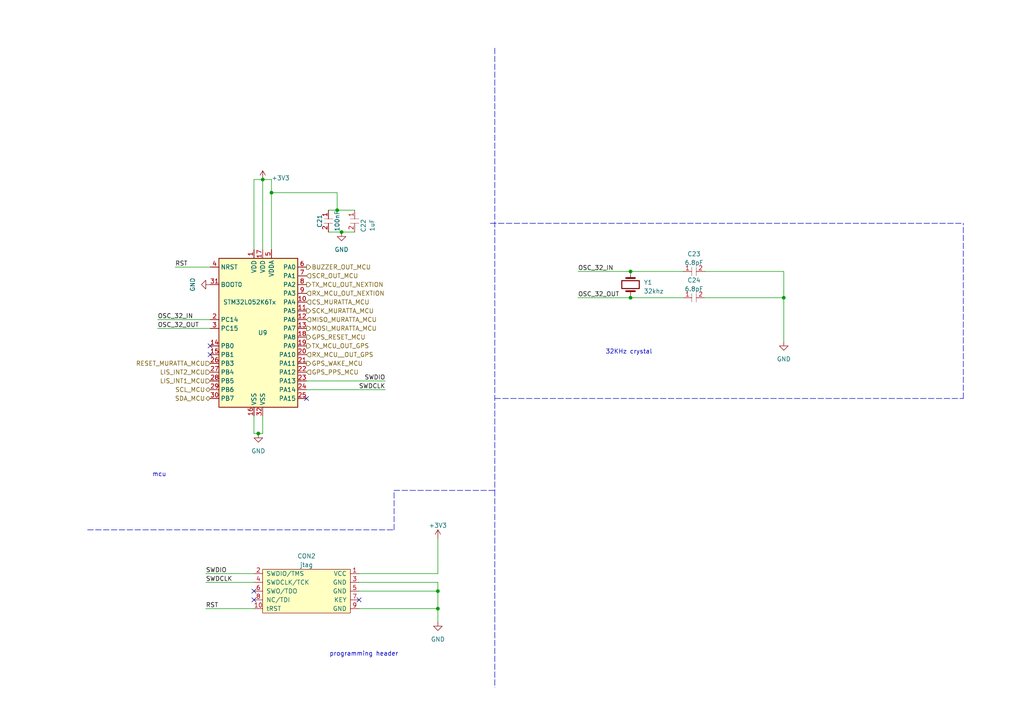
<source format=kicad_sch>
(kicad_sch (version 20210621) (generator eeschema)
  (paper "A4")
  (lib_symbols
    (symbol "Device:Crystal" (pin_numbers hide) (pin_names (offset 1.016) hide)
      (property "Reference" "Y" (at 0 3.81 0))
      (property "Value" "Crystal" (at 0 -3.81 0))
      (symbol "Crystal_0_1"
        (rectangle (start -1.143 2.54) (end 1.143 -2.54) (stroke (width 0.3048)))
        (polyline (pts (xy -2.54 0) (xy -1.905 0)))
        (polyline (pts (xy -1.905 -1.27) (xy -1.905 1.27)) (stroke (width 0.508)))
        (polyline (pts (xy 1.905 -1.27) (xy 1.905 1.27)) (stroke (width 0.508)))
        (polyline (pts (xy 2.54 0) (xy 1.905 0)))
      )
      (symbol "Crystal_1_1"
        (pin passive line (at -3.81 0 0) (length 1.27) (name "1") (number "1"))
        (pin passive line (at 3.81 0 180) (length 1.27) (name "2") (number "2"))
      )
    )
    (symbol "MCU_ST_STM32L0:STM32L052K6Tx"
      (property "Reference" "U" (at -12.7 21.59 0))
      (property "Value" "STM32L052K6Tx" (at 5.08 21.59 0))
      (symbol "STM32L052K6Tx_0_1"
        (rectangle (start -12.7 -22.86) (end 10.16 20.32) (stroke (width 0.254)) (fill (type background)))
      )
      (symbol "STM32L052K6Tx_1_1"
        (pin power_in line (at -2.54 22.86 270) (length 2.54) (name "VDD") (number "1"))
        (pin bidirectional line (at 12.7 7.62 180) (length 2.54) (name "PA4") (number "10"))
        (pin bidirectional line (at 12.7 5.08 180) (length 2.54) (name "PA5") (number "11"))
        (pin bidirectional line (at 12.7 2.54 180) (length 2.54) (name "PA6") (number "12"))
        (pin bidirectional line (at 12.7 0 180) (length 2.54) (name "PA7") (number "13"))
        (pin bidirectional line (at -15.24 -5.08 0) (length 2.54) (name "PB0") (number "14"))
        (pin bidirectional line (at -15.24 -7.62 0) (length 2.54) (name "PB1") (number "15"))
        (pin power_in line (at -2.54 -25.4 90) (length 2.54) (name "VSS") (number "16"))
        (pin power_in line (at 0 22.86 270) (length 2.54) (name "VDD") (number "17"))
        (pin bidirectional line (at 12.7 -2.54 180) (length 2.54) (name "PA8") (number "18"))
        (pin bidirectional line (at 12.7 -5.08 180) (length 2.54) (name "PA9") (number "19"))
        (pin bidirectional line (at -15.24 2.54 0) (length 2.54) (name "PC14") (number "2"))
        (pin bidirectional line (at 12.7 -7.62 180) (length 2.54) (name "PA10") (number "20"))
        (pin bidirectional line (at 12.7 -10.16 180) (length 2.54) (name "PA11") (number "21"))
        (pin bidirectional line (at 12.7 -12.7 180) (length 2.54) (name "PA12") (number "22"))
        (pin bidirectional line (at 12.7 -15.24 180) (length 2.54) (name "PA13") (number "23"))
        (pin bidirectional line (at 12.7 -17.78 180) (length 2.54) (name "PA14") (number "24"))
        (pin bidirectional line (at 12.7 -20.32 180) (length 2.54) (name "PA15") (number "25"))
        (pin bidirectional line (at -15.24 -10.16 0) (length 2.54) (name "PB3") (number "26"))
        (pin bidirectional line (at -15.24 -12.7 0) (length 2.54) (name "PB4") (number "27"))
        (pin bidirectional line (at -15.24 -15.24 0) (length 2.54) (name "PB5") (number "28"))
        (pin bidirectional line (at -15.24 -17.78 0) (length 2.54) (name "PB6") (number "29"))
        (pin bidirectional line (at -15.24 0 0) (length 2.54) (name "PC15") (number "3"))
        (pin bidirectional line (at -15.24 -20.32 0) (length 2.54) (name "PB7") (number "30"))
        (pin input line (at -15.24 12.7 0) (length 2.54) (name "BOOT0") (number "31"))
        (pin power_in line (at 0 -25.4 90) (length 2.54) (name "VSS") (number "32"))
        (pin input line (at -15.24 17.78 0) (length 2.54) (name "NRST") (number "4"))
        (pin power_in line (at 2.54 22.86 270) (length 2.54) (name "VDDA") (number "5"))
        (pin bidirectional line (at 12.7 17.78 180) (length 2.54) (name "PA0") (number "6"))
        (pin bidirectional line (at 12.7 15.24 180) (length 2.54) (name "PA1") (number "7"))
        (pin bidirectional line (at 12.7 12.7 180) (length 2.54) (name "PA2") (number "8"))
        (pin bidirectional line (at 12.7 10.16 180) (length 2.54) (name "PA3") (number "9"))
      )
    )
    (symbol "conectors:jtag" (pin_names (offset 1.016))
      (property "Reference" "CON" (at -6.35 0 90))
      (property "Value" "jtag" (at -3.81 0 90))
      (symbol "jtag_0_1"
        (rectangle (start -12.7 6.35) (end 12.7 -6.35) (fill (type background)))
      )
      (symbol "jtag_1_1"
        (pin power_in line (at -15.24 5.08 0) (length 2.54) (name "VCC") (number "1"))
        (pin unspecified line (at 15.24 -5.08 180) (length 2.54) (name "tRST") (number "10"))
        (pin unspecified line (at 15.24 5.08 180) (length 2.54) (name "SWDIO/TMS") (number "2"))
        (pin power_out line (at -15.24 2.54 0) (length 2.54) (name "GND") (number "3"))
        (pin unspecified line (at 15.24 2.54 180) (length 2.54) (name "SWDCLK/TCK") (number "4"))
        (pin power_out line (at -15.24 0 0) (length 2.54) (name "GND") (number "5"))
        (pin power_in line (at 15.24 0 180) (length 2.54) (name "SWO/TDO") (number "6"))
        (pin unspecified line (at -15.24 -2.54 0) (length 2.54) (name "KEY") (number "7"))
        (pin unspecified line (at 15.24 -2.54 180) (length 2.54) (name "NC/TDI") (number "8"))
        (pin power_out line (at -15.24 -5.08 0) (length 2.54) (name "GND") (number "9"))
      )
    )
    (symbol "power:+3V3" (power) (pin_names (offset 0))
      (property "Value" "+3V3" (at 0 3.556 0))
      (symbol "+3V3_0_1"
        (polyline (pts (xy -0.762 1.27) (xy 0 2.54)))
        (polyline (pts (xy 0 0) (xy 0 2.54)))
        (polyline (pts (xy 0 2.54) (xy 0.762 1.27)))
      )
      (symbol "+3V3_1_1"
        (pin power_in line (at 0 0 90) (length 0) hide (name "+3V3") (number "1"))
      )
    )
    (symbol "power:GND" (power) (pin_names (offset 0))
      (property "Value" "GND" (at 0 -3.81 0))
      (symbol "GND_0_1"
        (polyline (pts (xy 0 0) (xy 0 -1.27) (xy 1.27 -1.27) (xy 0 -2.54) (xy -1.27 -1.27) (xy 0 -1.27)))
      )
      (symbol "GND_1_1"
        (pin power_in line (at 0 0 270) (length 0) hide (name "GND") (number "1"))
      )
    )
    (symbol "vanalles:capacitor"
      (property "Reference" "C" (at 0 5.08 0))
      (property "Value" "capacitor" (at 0 3.81 0))
      (symbol "capacitor_0_1"
        (polyline (pts (xy 0 1.27) (xy 0 -1.27)) (stroke (width 0.0006)))
        (polyline (pts (xy 1.27 1.27) (xy 1.27 -1.27)) (stroke (width 0.0006)))
      )
      (symbol "capacitor_1_1"
        (pin input line (at -2.54 0 0) (length 2.54) (name "") (number "1"))
        (pin input line (at 3.81 0 180) (length 2.54) (name "") (number "2"))
      )
    )
  )
  (junction (at 74.93 125.73) (diameter 0.9144))
  (junction (at 76.2 52.07) (diameter 0.9144))
  (junction (at 78.74 55.88) (diameter 0.9144))
  (junction (at 97.79 60.96) (diameter 0.9144))
  (junction (at 99.06 67.31) (diameter 0.9144))
  (junction (at 127 171.45) (diameter 0.9144))
  (junction (at 127 176.53) (diameter 0.9144))
  (junction (at 182.88 78.74) (diameter 0.9144))
  (junction (at 182.88 86.36) (diameter 0.9144))
  (junction (at 227.33 86.36) (diameter 0.9144))
  (no_connect (at 60.96 100.33))
  (no_connect (at 60.96 102.87))
  (no_connect (at 73.66 171.45))
  (no_connect (at 73.66 173.99))
  (no_connect (at 88.9 115.57))
  (no_connect (at 104.14 173.99))
  (wire (pts (xy 45.72 92.71) (xy 60.96 92.71)))
  (wire (pts (xy 45.72 95.25) (xy 60.96 95.25)))
  (wire (pts (xy 50.8 77.47) (xy 60.96 77.47)))
  (wire (pts (xy 59.69 166.37) (xy 73.66 166.37)))
  (wire (pts (xy 59.69 168.91) (xy 73.66 168.91)))
  (wire (pts (xy 59.69 176.53) (xy 73.66 176.53)))
  (wire (pts (xy 73.66 52.07) (xy 73.66 72.39)))
  (wire (pts (xy 73.66 125.73) (xy 73.66 120.65)))
  (wire (pts (xy 74.93 125.73) (xy 73.66 125.73)))
  (wire (pts (xy 76.2 52.07) (xy 73.66 52.07)))
  (wire (pts (xy 76.2 52.07) (xy 76.2 72.39)))
  (wire (pts (xy 76.2 52.07) (xy 78.74 52.07)))
  (wire (pts (xy 76.2 120.65) (xy 76.2 125.73)))
  (wire (pts (xy 76.2 125.73) (xy 74.93 125.73)))
  (wire (pts (xy 78.74 52.07) (xy 78.74 55.88)))
  (wire (pts (xy 78.74 55.88) (xy 78.74 72.39)))
  (wire (pts (xy 88.9 110.49) (xy 111.76 110.49)))
  (wire (pts (xy 88.9 113.03) (xy 111.76 113.03)))
  (wire (pts (xy 95.25 60.96) (xy 97.79 60.96)))
  (wire (pts (xy 97.79 55.88) (xy 78.74 55.88)))
  (wire (pts (xy 97.79 60.96) (xy 97.79 55.88)))
  (wire (pts (xy 97.79 60.96) (xy 102.87 60.96)))
  (wire (pts (xy 99.06 67.31) (xy 95.25 67.31)))
  (wire (pts (xy 99.06 67.31) (xy 102.87 67.31)))
  (wire (pts (xy 104.14 166.37) (xy 127 166.37)))
  (wire (pts (xy 104.14 168.91) (xy 127 168.91)))
  (wire (pts (xy 104.14 171.45) (xy 127 171.45)))
  (wire (pts (xy 127 156.21) (xy 127 166.37)))
  (wire (pts (xy 127 168.91) (xy 127 171.45)))
  (wire (pts (xy 127 171.45) (xy 127 176.53)))
  (wire (pts (xy 127 176.53) (xy 104.14 176.53)))
  (wire (pts (xy 127 176.53) (xy 127 180.34)))
  (wire (pts (xy 167.64 78.74) (xy 182.88 78.74)))
  (wire (pts (xy 167.64 86.36) (xy 182.88 86.36)))
  (wire (pts (xy 182.88 78.74) (xy 198.12 78.74)))
  (wire (pts (xy 182.88 86.36) (xy 198.12 86.36)))
  (wire (pts (xy 204.47 86.36) (xy 227.33 86.36)))
  (wire (pts (xy 227.33 78.74) (xy 204.47 78.74)))
  (wire (pts (xy 227.33 78.74) (xy 227.33 86.36)))
  (wire (pts (xy 227.33 86.36) (xy 227.33 99.06)))
  (polyline (pts (xy 25.4 153.67) (xy 114.3 153.67)) (stroke (width 0) (type dash)))
  (polyline (pts (xy 114.3 142.24) (xy 143.51 142.24)) (stroke (width 0) (type dash)))
  (polyline (pts (xy 114.3 153.67) (xy 114.3 142.24)) (stroke (width 0) (type dash)))
  (polyline (pts (xy 142.24 64.77) (xy 279.4 64.77)) (stroke (width 0) (type dash)))
  (polyline (pts (xy 143.51 13.97) (xy 143.51 142.24)) (stroke (width 0) (type dash)))
  (polyline (pts (xy 143.51 115.57) (xy 279.4 115.57)) (stroke (width 0) (type dash)))
  (polyline (pts (xy 143.51 142.24) (xy 143.51 199.39)) (stroke (width 0) (type dash)))
  (polyline (pts (xy 279.4 115.57) (xy 279.4 64.77)) (stroke (width 0) (type dash)))
  (text "mcu\n" (at 48.26 138.43 180) (effects (font (size 1.27 1.27)) (justify right bottom)))
  (text "programming header\n" (at 115.57 190.5 180) (effects (font (size 1.27 1.27)) (justify right bottom)))
  (text "32KHz crystal\n" (at 189.23 102.87 180) (effects (font (size 1.27 1.27)) (justify right bottom)))
  (label "OSC_32_IN" (at 45.72 92.71 0))
  (label "OSC_32_OUT" (at 45.72 95.25 0))
  (label "RST" (at 50.8 77.47 0))
  (label "SWDIO" (at 59.69 166.37 0))
  (label "SWDCLK" (at 59.69 168.91 0))
  (label "RST" (at 59.69 176.53 0))
  (label "SWDIO" (at 111.76 110.49 180))
  (label "SWDCLK" (at 111.76 113.03 180))
  (label "OSC_32_IN" (at 167.64 78.74 0))
  (label "OSC_32_OUT" (at 167.64 86.36 0))
  (hierarchical_label "RESET_MURATTA_MCU" (shape input) (at 60.96 105.41 180))
  (hierarchical_label "LIS_INT2_MCU" (shape input) (at 60.96 107.95 180))
  (hierarchical_label "LIS_INT1_MCU" (shape input) (at 60.96 110.49 180))
  (hierarchical_label "SCL_MCU" (shape bidirectional) (at 60.96 113.03 180))
  (hierarchical_label "SDA_MCU" (shape bidirectional) (at 60.96 115.57 180))
  (hierarchical_label "BUZZER_OUT_MCU" (shape output) (at 88.9 77.47 0))
  (hierarchical_label "SCR_OUT_MCU" (shape input) (at 88.9 80.01 0))
  (hierarchical_label "TX_MCU_OUT_NEXTION" (shape output) (at 88.9 82.55 0))
  (hierarchical_label "RX_MCU_OUT_NEXTION" (shape input) (at 88.9 85.09 0))
  (hierarchical_label "CS_MURATTA_MCU" (shape input) (at 88.9 87.63 0))
  (hierarchical_label "SCK_MURATTA_MCU" (shape output) (at 88.9 90.17 0))
  (hierarchical_label "MISO_MURATTA_MCU" (shape input) (at 88.9 92.71 0))
  (hierarchical_label "MOSI_MURATTA_MCU" (shape output) (at 88.9 95.25 0))
  (hierarchical_label "GPS_RESET_MCU" (shape output) (at 88.9 97.79 0))
  (hierarchical_label "TX_MCU_OUT_GPS" (shape output) (at 88.9 100.33 0))
  (hierarchical_label "RX_MCU__OUT_GPS" (shape input) (at 88.9 102.87 0))
  (hierarchical_label "GPS_WAKE_MCU" (shape output) (at 88.9 105.41 0))
  (hierarchical_label "GPS_PPS_MCU" (shape input) (at 88.9 107.95 0))
  (symbol (lib_id "power:+3V3") (at 76.2 52.07 0) (unit 1)
    (property "Reference" "#PWR0161" (effects hide))
    (property "Value" "+3V3" (at 78.74 51.6254 0) (effects (justify left)))
  )
  (symbol (lib_id "power:+3V3") (at 127 156.21 0) (unit 1)
    (property "Reference" "#PWR0158" (effects hide))
    (property "Value" "+3V3" (at 127 152.4 0))
  )
  (symbol (lib_id "power:GND") (at 60.96 82.55 270) (unit 1)
    (property "Reference" "#PWR0160" (effects hide))
    (property "Value" "GND" (at 55.88 82.55 0))
  )
  (symbol (lib_id "power:GND") (at 74.93 125.73 0) (unit 1)
    (property "Reference" "#PWR0159" (effects hide))
    (property "Value" "GND" (at 74.93 130.81 0))
  )
  (symbol (lib_id "power:GND") (at 99.06 67.31 0) (unit 1)
    (property "Reference" "#PWR0156" (effects hide))
    (property "Value" "GND" (at 99.06 72.39 0))
  )
  (symbol (lib_id "power:GND") (at 127 180.34 0) (unit 1)
    (property "Reference" "#PWR0157" (effects hide))
    (property "Value" "GND" (at 127 185.42 0))
  )
  (symbol (lib_id "power:GND") (at 227.33 99.06 0) (unit 1)
    (property "Reference" "#PWR0162" (effects hide))
    (property "Value" "GND" (at 227.33 104.14 0))
  )
  (symbol (lib_id "vanalles:capacitor") (at 95.25 63.5 270) (unit 1)
    (property "Reference" "C21" (at 92.71 64.135 0))
    (property "Value" "100nF" (at 97.79 64.135 0))
    (property "Footprint" "vanalles:0603" (effects hide))
  )
  (symbol (lib_id "vanalles:capacitor") (at 102.87 63.5 270) (unit 1)
    (property "Reference" "C22" (at 105.41 63.4999 0) (effects (justify left)))
    (property "Value" "1uF" (at 107.95 63.4999 0) (effects (justify left)))
    (property "Footprint" "vanalles:0603" (effects hide))
  )
  (symbol (lib_id "vanalles:capacitor") (at 200.66 78.74 0) (unit 1)
    (property "Reference" "C23" (at 201.295 73.66 0))
    (property "Value" "6.8pF" (at 201.295 76.2 0))
    (property "Footprint" "vanalles:0603" (effects hide))
  )
  (symbol (lib_id "vanalles:capacitor") (at 200.66 86.36 0) (unit 1)
    (property "Reference" "C24" (at 201.295 81.28 0))
    (property "Value" "6.8pF" (at 201.295 83.82 0))
    (property "Footprint" "vanalles:0603" (effects hide))
  )
  (symbol (lib_id "Device:Crystal") (at 182.88 82.55 90) (unit 1)
    (property "Reference" "Y1" (at 186.69 81.9149 90) (effects (justify right)))
    (property "Value" "32khz" (at 186.69 84.4549 90) (effects (justify right)))
    (property "Footprint" "vanalles:crystal tht" (effects hide))
  )
  (symbol (lib_id "conectors:jtag") (at 88.9 171.45 0) (mirror y) (unit 1)
    (property "Reference" "CON2" (at 88.9 161.29 0))
    (property "Value" "jtag" (at 88.9 163.83 0))
    (property "Footprint" "connectors_user:Tag-Connect_TC2050-IDC-FP_2x05_P1.27mm_Vertical" (effects hide))
  )
  (symbol (lib_id "MCU_ST_STM32L0:STM32L052K6Tx") (at 76.2 95.25 0) (unit 1)
    (property "Reference" "U9" (at 76.2 96.52 0))
    (property "Value" "STM32L052K6Tx" (at 72.39 87.63 0))
    (property "Footprint" "halfgeleiders:QFP32P80_900X900X160L60X37N" (effects hide))
    (property "Datasheet" "http://www.st.com/st-web-ui/static/active/en/resource/technical/document/datasheet/DM00108217.pdf" (effects hide))
  )
)
</source>
